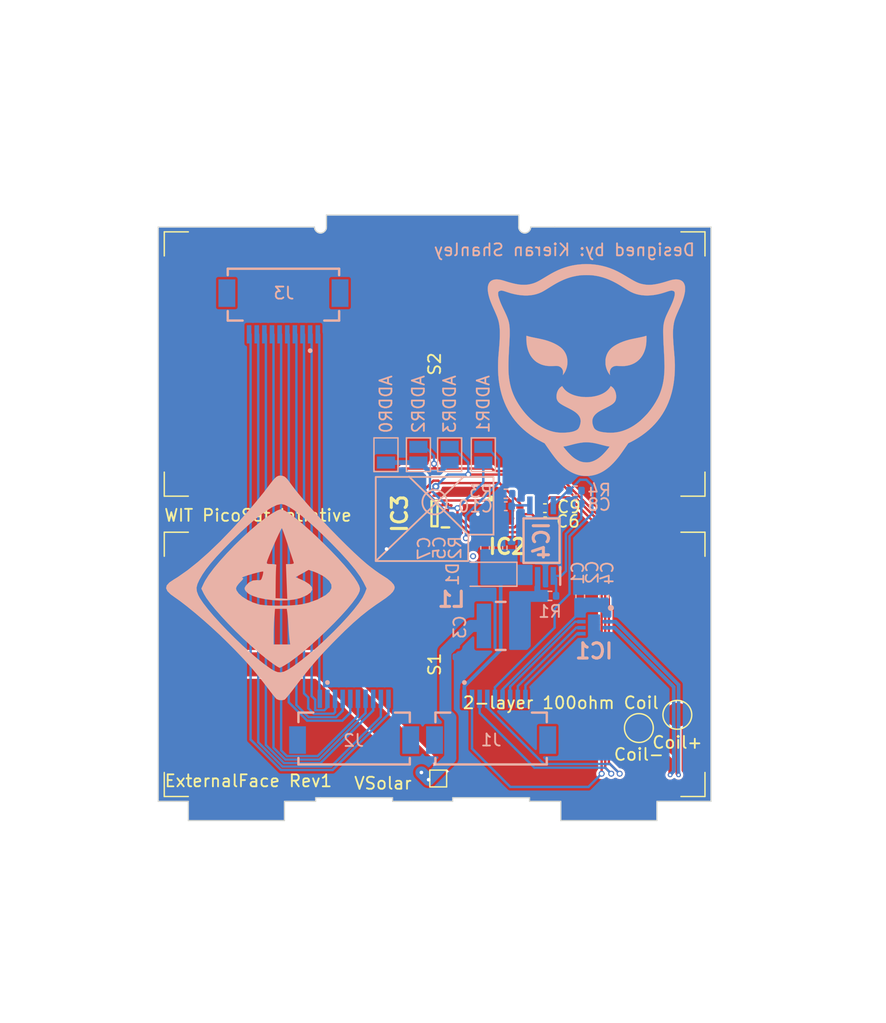
<source format=kicad_pcb>
(kicad_pcb (version 20221018) (generator pcbnew)
  (layers (0 "F.Cu" signal) (1 "In1.Cu" signal) (2 "In2.Cu" signal) (31 "B.Cu" signal) (34 "B.Paste" user) (35 "F.Paste" user) (36 "B.SilkS" user "B.Silkscreen") (37 "F.SilkS" user "F.Silkscreen") (38 "B.Mask" user) (39 "F.Mask" user) (44 "Edge.Cuts" user))
  (net 0 "")
  (net 1 "SCL")
  (net 2 "GND")
  (net 3 "ADDR_SELECT")
  (net 4 "Net-(IC4-VCTRL)")
  (net 5 "SDA")
  (net 6 "+1V8")
  (net 7 "VHARVEST")
  (net 8 "VBAT")
  (net 9 "Coil+")
  (net 10 "PWM2")
  (net 11 "PWM1")
  (net 12 "EN")
  (net 13 "Net-(IC4-MPP-SET)")
  (net 15 "VOUT")
  (net 18 "Net-(IC4-LX)")
  (net 19 "SPV_SHUTDOWN")
  (net 20 "Net-(J2-Pad01)")
  (net 21 "Net-(J2-Pad02)")
  (net 22 "Net-(J2-Pad03)")
  (net 23 "Net-(J2-Pad04)")
  (net 24 "Net-(J2-Pad05)")
  (net 25 "Net-(J2-Pad06)")
  (net 26 "Net-(J2-Pad07)")
  (net 27 "Net-(J2-Pad08)")
  (net 28 "Net-(J2-Pad09)")
  (net 29 "Net-(J2-Pad10)")
  (footprint "Capacitor_SMD:C_0402_1005Metric" (layer "F.Cu") (at 138.68 96.2 180)
    (fp_text reference "C9" (at -2 0.1) (layer "F.SilkS"))
    (fp_text value "0.1uF")
    (pad "1" smd roundrect (at -0.48 0 180) (size 0.56 0.62) (layers "F.Cu" "F.Paste" "F.Mask") (net 2 "GND"))
    (pad "2" smd roundrect (at 0.48 0 180) (size 0.56 0.62) (layers "F.Cu" "F.Paste" "F.Mask") (net 6 "+1V8"))
  )
  (footprint "OPT4048DTSR:SOTFL50P190X60-8N" (layer "F.Cu") (at 129.49 96.65 180)
    (fp_text reference "IC3" (at 2.9 0 90) (layer "F.SilkS") (effects (font (size 1.27 1.27) (thickness 0.254))))
    (fp_text value "OPT4048DTSR" hide)
    (pad "1" smd rect (at -0.91 -0.75 270) (size 0.3 0.62) (layers "F.Cu" "F.Paste" "F.Mask") (net 6 "+1V8"))
    (pad "2" smd rect (at -0.91 -0.25 270) (size 0.3 0.62) (layers "F.Cu" "F.Paste" "F.Mask") (net 3 "ADDR_SELECT"))
    (pad "3" smd rect (at -0.91 0.25 270) (size 0.3 0.62) (layers "F.Cu" "F.Paste" "F.Mask"))
    (pad "4" smd rect (at -0.91 0.75 270) (size 0.3 0.62) (layers "F.Cu" "F.Paste" "F.Mask") (net 2 "GND"))
    (pad "5" smd rect (at 0.91 0.75 270) (size 0.3 0.62) (layers "F.Cu" "F.Paste" "F.Mask") (net 1 "SCL"))
    (pad "6" smd rect (at 0.91 0.25 270) (size 0.3 0.62) (layers "F.Cu" "F.Paste" "F.Mask"))
    (pad "7" smd rect (at 0.91 -0.25 270) (size 0.3 0.62) (layers "F.Cu" "F.Paste" "F.Mask"))
    (pad "8" smd rect (at 0.91 -0.75 270) (size 0.3 0.62) (layers "F.Cu" "F.Paste" "F.Mask") (net 5 "SDA"))
  )
  (footprint "TMP117MAIDRVR:SON65P200X200X80-7N" (layer "F.Cu") (at 135.55 96.725)
    (fp_text reference "IC2" (at 0 2.675) (layer "F.SilkS") (effects (font (size 1.27 1.27) (thickness 0.254))))
    (fp_text value "TMP117MAIDRVR" hide)
    (pad "1" smd rect (at -1.05 -0.65 90) (size 0.35 0.6) (layers "F.Cu" "F.Paste" "F.Mask") (net 1 "SCL"))
    (pad "2" smd rect (at -1.05 0 90) (size 0.35 0.6) (layers "F.Cu" "F.Paste" "F.Mask") (net 2 "GND"))
    (pad "3" smd rect (at -1.05 0.65 90) (size 0.35 0.6) (layers "F.Cu" "F.Paste" "F.Mask") (net 2 "GND"))
    (pad "4" smd rect (at 1.05 0.65 90) (size 0.35 0.6) (layers "F.Cu" "F.Paste" "F.Mask") (net 3 "ADDR_SELECT"))
    (pad "5" smd rect (at 1.05 0 90) (size 0.35 0.6) (layers "F.Cu" "F.Paste" "F.Mask") (net 6 "+1V8"))
    (pad "6" smd rect (at 1.05 -0.65 90) (size 0.35 0.6) (layers "F.Cu" "F.Paste" "F.Mask") (net 5 "SDA"))
    (pad "7" smd rect (at 0 0) (size 1.1 1.7) (layers "F.Cu" "F.Paste" "F.Mask") (net 2 "GND"))
  )
  (footprint "Capacitor_SMD:C_0402_1005Metric" (layer "F.Cu") (at 138.7 97.3 180)
    (fp_text reference "C6" (at -1.9 0) (layer "F.SilkS"))
    (fp_text value "0.1uF")
    (pad "1" smd roundrect (at -0.48 0 180) (size 0.56 0.62) (layers "F.Cu" "F.Paste" "F.Mask") (net 2 "GND"))
    (pad "2" smd roundrect (at 0.48 0 180) (size 0.56 0.62) (layers "F.Cu" "F.Paste" "F.Mask") (net 6 "+1V8"))
  )
  (footprint "KXOB121K04TF:SM141K06TFV" (layer "F.Cu") (at 129.5 84.2 180)
    (fp_text reference "S2" (at 0 0 90 unlocked) (layer "F.SilkS"))
    (fp_text value "SM141K06TFV")
    (pad "0" smd circle locked (at -19.5 0 180) (size 3.5 3.5) (layers "F.Cu" "F.Paste" "F.Mask") (net 2 "GND"))
    (pad "1" smd circle locked (at 19.5 0 180) (size 3.5 3.5) (layers "F.Cu" "F.Paste" "F.Mask") (net 7 "VHARVEST"))
  )
  (footprint "TestPoint:TestPoint_Pad_1.0x1.0mm" (layer "F.Cu") (at 129.8 118.7)
    (fp_text reference "TP3")
    (fp_text value "VSolar" (at -4.6 0.4) (layer "F.SilkS"))
    (pad "1" smd rect (at 0 0) (size 1 1) (layers "F.Cu" "F.Mask") (net 7 "VHARVEST"))
  )
  (footprint "KXOB121K04TF:SM141K06TFV" (layer "F.Cu") (at 129.5 109.2 180)
    (fp_text reference "S1" (at 0 0 90 unlocked) (layer "F.SilkS"))
    (fp_text value "SM141K06TFV")
    (pad "0" smd circle locked (at -19.5 0 180) (size 3.5 3.5) (layers "F.Cu" "F.Paste" "F.Mask") (net 2 "GND"))
    (pad "1" smd circle locked (at 19.5 0 180) (size 3.5 3.5) (layers "F.Cu" "F.Paste" "F.Mask") (net 7 "VHARVEST"))
  )
  (footprint "TestPoint:TestPoint_Pad_D2.0mm" (layer "F.Cu") (at 146.5 114.5)
    (fp_text reference "TP2")
    (fp_text value "Coil-" (at 0 2.2) (layer "F.SilkS"))
    (pad "1" smd circle (at 0 0) (size 2 2) (layers "F.Cu" "F.Mask") (net 9 "Coil+"))
  )
  (footprint "TestPoint:TestPoint_Pad_D2.0mm" (layer "F.Cu") (at 149.7 113.4 180)
    (fp_text reference "TP1")
    (fp_text value "Coil+" (at 0 -2.3) (layer "F.SilkS"))
    (pad "1" smd circle (at 0 0 180) (size 2 2) (layers "F.Cu" "F.Mask") (net 9 "Coil+"))
  )
  (footprint "Resistor_SMD:R_0402_1005Metric" (layer "B.Cu") (at 135.9 99.5 90)
    (fp_text reference "R2" (at 0 -4.7 90) (layer "B.SilkS") (effects (justify mirror)))
    (fp_text value "1M")
    (pad "1" smd roundrect (at -0.51 0 90) (size 0.54 0.64) (layers "B.Cu" "B.Paste" "B.Mask") (net 15 "VOUT"))
    (pad "2" smd roundrect (at 0.51 0 90) (size 0.54 0.64) (layers "B.Cu" "B.Paste" "B.Mask") (net 4 "Net-(IC4-VCTRL)"))
  )
  (footprint "Jumper:SolderJumper-2_P1.3mm_Open_Pad1.0x1.5mm" (layer "B.Cu") (at 125.45 91.75 90)
    (fp_text reference "JP1")
    (fp_text value "ADDR0" (at 4.2 0 90) (layer "B.SilkS") (effects (justify mirror)))
    (pad "1" smd rect (at -0.65 0 90) (size 1 1.5) (layers "B.Cu" "B.Mask") (net 3 "ADDR_SELECT"))
    (pad "2" smd rect (at 0.65 0 90) (size 1 1.5) (layers "B.Cu" "B.Mask") (net 2 "GND"))
  )
  (footprint "SFMH-105-02-L-D-WT:SAMTEC_SFMH-105-02-L-D-WT" (layer "B.Cu") (at 122.8 115.5 180)
    (fp_text reference "J2" (at 0.0425 -0.035) (layer "B.SilkS") (effects (justify mirror)))
    (fp_text value "SFMH-105-02-L-D-WT")
    (pad "01" smd rect (at 2.2225 3.43 180) (size 0.38 1.52) (layers "B.Cu" "B.Paste" "B.Mask") (net 20 "Net-(J2-Pad01)"))
    (pad "02" smd rect (at 2.8575 3.43 180) (size 0.38 1.52) (layers "B.Cu" "B.Paste" "B.Mask") (net 21 "Net-(J2-Pad02)"))
    (pad "03" smd rect (at 0.9525 3.43 180) (size 0.38 1.52) (layers "B.Cu" "B.Paste" "B.Mask") (net 22 "Net-(J2-Pad03)"))
    (pad "04" smd rect (at 1.5875 3.43 180) (size 0.38 1.52) (layers "B.Cu" "B.Paste" "B.Mask") (net 23 "Net-(J2-Pad04)"))
    (pad "05" smd rect (at -0.3175 3.43 180) (size 0.38 1.52) (layers "B.Cu" "B.Paste" "B.Mask") (net 24 "Net-(J2-Pad05)"))
    (pad "06" smd rect (at 0.3175 3.43 180) (size 0.38 1.52) (layers "B.Cu" "B.Paste" "B.Mask") (net 25 "Net-(J2-Pad06)"))
    (pad "07" smd rect (at -1.5875 3.43 180) (size 0.38 1.52) (layers "B.Cu" "B.Paste" "B.Mask") (net 26 "Net-(J2-Pad07)"))
    (pad "08" smd rect (at -0.9525 3.43 180) (size 0.38 1.52) (layers "B.Cu" "B.Paste" "B.Mask") (net 27 "Net-(J2-Pad08)"))
    (pad "09" smd rect (at -2.8575 3.43 180) (size 0.38 1.52) (layers "B.Cu" "B.Paste" "B.Mask") (net 28 "Net-(J2-Pad09)"))
    (pad "10" smd rect (at -2.2225 3.43 180) (size 0.38 1.52) (layers "B.Cu" "B.Paste" "B.Mask") (net 29 "Net-(J2-Pad10)"))
    (pad "S1" smd rect (at -4.71 0 180) (size 1.4 2.29) (layers "B.Cu" "B.Paste" "B.Mask"))
    (pad "S2" smd rect (at 4.71 0 180) (size 1.4 2.29) (layers "B.Cu" "B.Paste" "B.Mask"))
  )
  (footprint "Capacitor_SMD:C_0402_1005Metric" (layer "B.Cu") (at 141.225 95.838)
    (fp_text reference "C8" (at 1.975 0.062) (layer "B.SilkS") (effects (justify mirror)))
    (fp_text value "100nF")
    (pad "1" smd roundrect (at -0.48 0) (size 0.56 0.62) (layers "B.Cu" "B.Paste" "B.Mask") (net 2 "GND"))
    (pad "2" smd roundrect (at 0.48 0) (size 0.56 0.62) (layers "B.Cu" "B.Paste" "B.Mask") (net 13 "Net-(IC4-MPP-SET)"))
  )
  (footprint "Capacitor_SMD:C_0402_1005Metric" (layer "B.Cu") (at 142.61875 103.5375 90)
    (fp_text reference "C2" (at 2 0 90) (layer "B.SilkS") (effects (justify mirror)))
    (fp_text value "10uF")
    (pad "1" smd roundrect (at -0.48 0 90) (size 0.56 0.62) (layers "B.Cu" "B.Paste" "B.Mask") (net 8 "VBAT"))
    (pad "2" smd roundrect (at 0.48 0 90) (size 0.56 0.62) (layers "B.Cu" "B.Paste" "B.Mask") (net 2 "GND"))
  )
  (footprint "DRV8212PDSGR:SON50P200X200X80-9N" (layer "B.Cu") (at 142.76875 105.9 180)
    (fp_text reference "IC1" (at 0 -2.2) (layer "B.SilkS") (effects (font (size 1.27 1.27) (thickness 0.254)) (justify mirror)))
    (fp_text value "DRV8212PDSGR" hide)
    (pad "1" smd rect (at -1.05 0.75 90) (size 0.3 0.7) (layers "B.Cu" "B.Paste" "B.Mask") (net 8 "VBAT"))
    (pad "2" smd rect (at -1.05 0.25 90) (size 0.3 0.7) (layers "B.Cu" "B.Paste" "B.Mask") (net 9 "Coil+"))
    (pad "3" smd rect (at -1.05 -0.25 90) (size 0.3 0.7) (layers "B.Cu" "B.Paste" "B.Mask") (net 9 "Coil+"))
    (pad "4" smd rect (at -1.05 -0.75 90) (size 0.3 0.7) (layers "B.Cu" "B.Paste" "B.Mask") (net 2 "GND"))
    (pad "5" smd rect (at 1.05 -0.75 90) (size 0.3 0.7) (layers "B.Cu" "B.Paste" "B.Mask") (net 10 "PWM2"))
    (pad "6" smd rect (at 1.05 -0.25 90) (size 0.3 0.7) (layers "B.Cu" "B.Paste" "B.Mask") (net 11 "PWM1"))
    (pad "7" smd rect (at 1.05 0.25 90) (size 0.3 0.7) (layers "B.Cu" "B.Paste" "B.Mask") (net 12 "EN"))
    (pad "8" smd rect (at 1.05 0.75 90) (size 0.3 0.7) (layers "B.Cu" "B.Paste" "B.Mask") (net 8 "VBAT"))
    (pad "9" smd rect (at 0 0 180) (size 1 1.7) (layers "B.Cu" "B.Paste" "B.Mask") (net 2 "GND"))
  )
  (footprint "Capacitor_SMD:C_0402_1005Metric" (layer "B.Cu") (at 134.8 99.5 90)
    (fp_text reference "C5" (at 0 -4.9 90) (layer "B.SilkS") (effects (justify mirror)))
    (fp_text value "10uF")
    (pad "1" smd roundrect (at -0.48 0 90) (size 0.56 0.62) (layers "B.Cu" "B.Paste" "B.Mask") (net 15 "VOUT"))
    (pad "2" smd roundrect (at 0.48 0 90) (size 0.56 0.62) (layers "B.Cu" "B.Paste" "B.Mask") (net 2 "GND"))
  )
  (footprint "SPV1040T:SOP65P640X120-8N" (layer "B.Cu") (at 138.4 98.9 90)
    (fp_text reference "IC4" (at 0 0 90) (layer "B.SilkS") (effects (font (size 1.27 1.27) (thickness 0.254)) (justify mirror)))
    (fp_text value "SPV1040T" hide)
    (pad "1" smd rect (at -2.938 0.975) (size 0.45 1.475) (layers "B.Cu" "B.Paste" "B.Mask") (net 13 "Net-(IC4-MPP-SET)"))
    (pad "2" smd rect (at -2.938 0.325) (size 0.45 1.475) (layers "B.Cu" "B.Paste" "B.Mask") (net 2 "GND"))
    (pad "3" smd rect (at -2.938 -0.325) (size 0.45 1.475) (layers "B.Cu" "B.Paste" "B.Mask") (net 18 "Net-(IC4-LX)"))
    (pad "4" smd rect (at -2.938 -0.975) (size 0.45 1.475) (layers "B.Cu" "B.Paste" "B.Mask") (net 15 "VOUT"))
    (pad "5" smd rect (at 2.938 -0.975) (size 0.45 1.475) (layers "B.Cu" "B.Paste" "B.Mask") (net 4 "Net-(IC4-VCTRL)"))
    (pad "6" smd rect (at 2.938 -0.325) (size 0.45 1.475) (layers "B.Cu" "B.Paste" "B.Mask") (net 2 "GND"))
    (pad "7" smd rect (at 2.938 0.325) (size 0.45 1.475) (layers "B.Cu" "B.Paste" "B.Mask") (net 2 "GND"))
    (pad "8" smd rect (at 2.938 0.975) (size 0.45 1.475) (layers "B.Cu" "B.Paste" "B.Mask") (net 19 "SPV_SHUTDOWN"))
  )
  (footprint "Graphics:IEEE_Logo" (layer "B.Cu") (at 116.7 102.8 180)
    (fp_text reference "G***")
    (fp_text value "LOGO" hide)
  )
  (footprint "Resistor_SMD:R_0402_1005Metric" (layer "B.Cu") (at 141.215 94.738 180)
    (fp_text reference "R4" (at -1.985 0.038) (layer "B.SilkS") (effects (justify mirror)))
    (fp_text value "1M")
    (pad "1" smd roundrect (at -0.51 0 180) (size 0.54 0.64) (layers "B.Cu" "B.Paste" "B.Mask") (net 13 "Net-(IC4-MPP-SET)"))
    (pad "2" smd roundrect (at 0.51 0 180) (size 0.54 0.64) (layers "B.Cu" "B.Paste" "B.Mask") (net 19 "SPV_SHUTDOWN"))
  )
  (footprint "SFMH-105-02-L-D-WT:SAMTEC_SFMH-105-02-L-D-WT" (layer "B.Cu") (at 134.2 115.5 180)
    (fp_text reference "J1" (at 0 0) (layer "B.SilkS") (effects (justify mirror)))
    (fp_text value "SFMH-105-02-L-D-WT")
    (pad "01" smd rect (at 2.2225 3.43 180) (size 0.38 1.52) (layers "B.Cu" "B.Paste" "B.Mask") (net 15 "VOUT"))
    (pad "02" smd rect (at 2.8575 3.43 180) (size 0.38 1.52) (layers "B.Cu" "B.Paste" "B.Mask") (net 2 "GND"))
    (pad "03" smd rect (at 0.9525 3.43 180) (size 0.38 1.52) (layers "B.Cu" "B.Paste" "B.Mask") (net 1 "SCL"))
    (pad "04" smd rect (at 1.5875 3.43 180) (size 0.38 1.52) (layers "B.Cu" "B.Paste" "B.Mask") (net 6 "+1V8"))
    (pad "05" smd rect (at -0.3175 3.43 180) (size 0.38 1.52) (layers "B.Cu" "B.Paste" "B.Mask") (net 19 "SPV_SHUTDOWN"))
    (pad "06" smd rect (at 0.3175 3.43 180) (size 0.38 1.52) (layers "B.Cu" "B.Paste" "B.Mask") (net 5 "SDA"))
    (pad "07" smd rect (at -1.5875 3.43 180) (size 0.38 1.52) (layers "B.Cu" "B.Paste" "B.Mask") (net 12 "EN"))
    (pad "08" smd rect (at -0.9525 3.43 180) (size 0.38 1.52) (layers "B.Cu" "B.Paste" "B.Mask") (net 8 "VBAT"))
    (pad "09" smd rect (at -2.8575 3.43 180) (size 0.38 1.52) (layers "B.Cu" "B.Paste" "B.Mask") (net 10 "PWM2"))
    (pad "10" smd rect (at -2.2225 3.43 180) (size 0.38 1.52) (layers "B.Cu" "B.Paste" "B.Mask") (net 11 "PWM1"))
    (pad "S1" smd rect (at -4.71 0 180) (size 1.4 2.29) (layers "B.Cu" "B.Paste" "B.Mask"))
    (pad "S2" smd rect (at 4.71 0 180) (size 1.4 2.29) (layers "B.Cu" "B.Paste" "B.Mask"))
  )
  (footprint "Resistor_SMD:R_0402_1005Metric" (layer "B.Cu") (at 135.445 95 180)
    (fp_text reference "R3" (at 2.1 0.2) (layer "B.SilkS") (effects (justify mirror)))
    (fp_text value "420k")
    (pad "1" smd roundrect (at -0.51 0 180) (size 0.54 0.64) (layers "B.Cu" "B.Paste" "B.Mask") (net 4 "Net-(IC4-VCTRL)"))
    (pad "2" smd roundrect (at 0.51 0 180) (size 0.54 0.64) (layers "B.Cu" "B.Paste" "B.Mask") (net 2 "GND"))
  )
  (footprint "Capacitor_SMD:C_0402_1005Metric" (layer "B.Cu") (at 131.3 108.1 -90)
    (fp_text reference "C3" (at -2 -0.3 -270) (layer "B.SilkS") (effects (justify mirror)))
    (fp_text value "10uF")
    (pad "1" smd roundrect (at -0.48 0 270) (size 0.56 0.62) (layers "B.Cu" "B.Paste" "B.Mask") (net 7 "VHARVEST"))
    (pad "2" smd roundrect (at 0.48 0 270) (size 0.56 0.62) (layers "B.Cu" "B.Paste" "B.Mask") (net 2 "GND"))
  )
  (footprint "Jumper:SolderJumper-2_P1.3mm_Open_Pad1.0x1.5mm" (layer "B.Cu") (at 133.55 91.75 90)
    (fp_text reference "JP2")
    (fp_text value "ADDR1" (at 4.2 0 90) (layer "B.SilkS") (effects (justify mirror)))
    (pad "1" smd rect (at -0.65 0 90) (size 1 1.5) (layers "B.Cu" "B.Mask") (net 3 "ADDR_SELECT"))
    (pad "2" smd rect (at 0.65 0 90) (size 1 1.5) (layers "B.Cu" "B.Mask") (net 6 "+1V8"))
  )
  (footprint "Graphics:leopard" (layer "B.Cu") (at 142.1 84.7 180)
    (fp_text reference "G***" hide)
    (fp_text value "LOGO" hide)
  )
  (footprint "Capacitor_SMD:C_0402_1005Metric" (layer "B.Cu") (at 141.61875 103.5375 90)
    (fp_text reference "C1" (at 1.9375 -0.2 270) (layer "B.SilkS") (effects (justify mirror)))
    (fp_text value "10uF")
    (pad "1" smd roundrect (at -0.48 0 90) (size 0.56 0.62) (layers "B.Cu" "B.Paste" "B.Mask") (net 8 "VBAT"))
    (pad "2" smd roundrect (at 0.48 0 90) (size 0.56 0.62) (layers "B.Cu" "B.Paste" "B.Mask") (net 2 "GND"))
  )
  (footprint "Capacitor_SMD:C_0402_1005Metric" (layer "B.Cu") (at 135.425 96.038 180)
    (fp_text reference "C10" (at 2.525 0) (layer "B.SilkS") (effects (justify mirror)))
    (fp_text value "1nF")
    (pad "1" smd roundrect (at -0.48 0 180) (size 0.56 0.62) (layers "B.Cu" "B.Paste" "B.Mask") (net 4 "Net-(IC4-VCTRL)"))
    (pad "2" smd roundrect (at 0.48 0 180) (size 0.56 0.62) (layers "B.Cu" "B.Paste" "B.Mask") (net 2 "GND"))
  )
  (footprint "Jumper:SolderJumper-2_P1.3mm_Open_Pad1.0x1.5mm" (layer "B.Cu") (at 130.75 91.75 90)
    (fp_text reference "JP4")
    (fp_text value "ADDR3" (at 4.2 0 90) (layer "B.SilkS") (effects (justify mirror)))
    (pad "1" smd rect (at -0.65 0 90) (size 1 1.5) (layers "B.Cu" "B.Mask") (net 3 "ADDR_SELECT"))
    (pad "2" smd rect (at 0.65 0 90) (size 1 1.5) (layers "B.Cu" "B.Mask") (net 1 "SCL"))
  )
  (footprint "NRS4012T150MDGJ:NRS4012T150MDGJ" (layer "B.Cu") (at 135 106 180)
    (fp_text reference "L1" (at 4.1 2.2) (layer "B.SilkS") (effects (font (size 1.27 1.27) (thickness 0.254)) (justify mirror)))
    (fp_text value "NRS4012T150MDGJ" hide)
    (pad "1" smd rect (at -1.4 0 180) (size 1.2 3.7) (layers "B.Cu" "B.Paste" "B.Mask") (net 18 "Net-(IC4-LX)"))
    (pad "2" smd rect (at 1.4 0 180) (size 1.2 3.7) (layers "B.Cu" "B.Paste" "B.Mask") (net 7 "VHARVEST"))
  )
  (footprint "Jumper:SolderJumper-2_P1.3mm_Open_Pad1.0x1.5mm" (layer "B.Cu") (at 128.15 91.75 90)
    (fp_text reference "JP3")
    (fp_text value "ADDR2" (at 4.2 0 90) (layer "B.SilkS") (effects (justify mirror)))
    (pad "1" smd rect (at -0.65 0 90) (size 1 1.5) (layers "B.Cu" "B.Mask") (net 3 "ADDR_SELECT"))
    (pad "2" smd rect (at 0.65 0 90) (size 1 1.5) (layers "B.Cu" "B.Mask") (net 5 "SDA"))
  )
  (footprint "Capacitor_SMD:C_0402_1005Metric" (layer "B.Cu") (at 133.7 99.5 90)
    (fp_text reference "C7" (at -0.038 -5.075 90) (layer "B.SilkS") (effects (justify mirror)))
    (fp_text value "4.7uF")
    (pad "1" smd roundrect (at -0.48 0 90) (size 0.56 0.62) (layers "B.Cu" "B.Paste" "B.Mask") (net 15 "VOUT"))
    (pad "2" smd roundrect (at 0.48 0 90) (size 0.56 0.62) (layers "B.Cu" "B.Paste" "B.Mask") (net 2 "GND"))
  )
  (footprint "Capacitor_SMD:C_0402_1005Metric" (layer "B.Cu") (at 143.61875 103.55 -90)
    (fp_text reference "C4" (at -1.95 -0.25 90) (layer "B.SilkS") (effects (justify mirror)))
    (fp_text value "0.1uF")
    (pad "1" smd roundrect (at -0.48 0 270) (size 0.56 0.62) (layers "B.Cu" "B.Paste" "B.Mask") (net 2 "GND"))
    (pad "2" smd roundrect (at 0.48 0 270) (size 0.56 0.62) (layers "B.Cu" "B.Paste" "B.Mask") (net 8 "VBAT"))
  )
  (footprint "Diode_SMD:D_SOD-123" (layer "B.Cu") (at 134.1 101.7 180)
    (fp_text reference "D1" (at 3.1 0 90) (layer "B.SilkS") (effects (justify mirror)))
    (fp_text value "4.5v")
    (pad "1" smd rect (at -1.65 0 180) (size 0.9 1.2) (layers "B.Cu" "B.Paste" "B.Mask") (net 15 "VOUT"))
    (pad "2" smd rect (at 1.65 0 180) (size 0.9 1.2) (layers "B.Cu" "B.Paste" "B.Mask") (net 2 "GND"))
  )
  (footprint "Resistor_SMD:R_0402_1005Metric" (layer "B.Cu") (at 139.1 103.5 180)
    (fp_text reference "R1" (at 0 -1.3) (layer "B.SilkS") (effects (justify mirror)))
    (fp_text value "1K")
    (pad "1" smd roundrect (at -0.51 0 180) (size 0.54 0.64) (layers "B.Cu" "B.Paste" "B.Mask") (net 13 "Net-(IC4-MPP-SET)"))
    (pad "2" smd roundrect (at 0.51 0 180) (size 0.54 0.64) (layers "B.Cu" "B.Paste" "B.Mask") (net 18 "Net-(IC4-LX)"))
  )
  (footprint "SFMH-105-02-L-D-WT:SAMTEC_SFMH-105-02-L-D-WT" (layer "B.Cu") (at 116.9175 78.3)
    (fp_text reference "J3" (at 0.04 0) (layer "B.SilkS") (effects (justify mirror)))
    (fp_text value "SFMH-105-02-L-D-WT")
    (pad "01" smd rect (at 2.2225 3.43) (size 0.38 1.52) (layers "B.Cu" "B.Paste" "B.Mask") (net 20 "Net-(J2-Pad01)"))
    (pad "02" smd rect (at 2.8575 3.43) (size 0.38 1.52) (layers "B.Cu" "B.Paste" "B.Mask") (net 21 "Net-(J2-Pad02)"))
    (pad "03" smd rect (at 0.9525 3.43) (size 0.38 1.52) (layers "B.Cu" "B.Paste" "B.Mask") (net 22 "Net-(J2-Pad03)"))
    (pad "04" smd rect (at 1.5875 3.43) (size 0.38 1.52) (layers "B.Cu" "B.Paste" "B.Mask") (net 23 "Net-(J2-Pad04)"))
    (pad "05" smd rect (at -0.3175 3.43) (size 0.38 1.52) (layers "B.Cu" "B.Paste" "B.Mask") (net 24 "Net-(J2-Pad05)"))
    (pad "06" smd rect (at 0.3175 3.43) (size 0.38 1.52) (layers "B.Cu" "B.Paste" "B.Mask") (net 25 "Net-(J2-Pad06)"))
    (pad "07" smd rect (at -1.5875 3.43) (size 0.38 1.52) (layers "B.Cu" "B.Paste" "B.Mask") (net 26 "Net-(J2-Pad07)"))
    (pad "08" smd rect (at -0.9525 3.43) (size 0.38 1.52) (layers "B.Cu" "B.Paste" "B.Mask") (net 27 "Net-(J2-Pad08)"))
    (pad "09" smd rect (at -2.8575 3.43) (size 0.38 1.52) (layers "B.Cu" "B.Paste" "B.Mask") (net 28 "Net-(J2-Pad09)"))
    (pad "10" smd rect (at -2.2225 3.43) (size 0.38 1.52) (layers "B.Cu" "B.Paste" "B.Mask") (net 29 "Net-(J2-Pad10)"))
    (pad "S1" smd rect (at -4.71 0) (size 1.4 2.29) (layers "B.Cu" "B.Paste" "B.Mask"))
    (pad "S2" smd rect (at 4.71 0) (size 1.4 2.29) (layers "B.Cu" "B.Paste" "B.Mask"))
  )
  (gr_line (start 132.3 98.4) (end 127.369952 93.569952) (stroke (width 0.15)) (layer "B.SilkS"))
  (gr_circle (center 129.5 95.7) (end 129.3 94.7) (stroke (width 0.15)) (fill none) (layer "B.SilkS"))
  (gr_line (start 124.6 100.6) (end 131.9 93.6) (stroke (width 0.15)) (layer "B.SilkS"))
  (gr_poly (pts (xy 131.9 93.6) (xy 134.4 93.6) (xy 134.4 98.4) (xy 132.3 98.4) (xy 132.3 100.6) (xy 124.6 100.6) (xy 124.6 93.6)) (stroke (width 0.15)) (fill none) (layer "B.SilkS"))
  (gr_line (start 106.5 72.8) (end 119.5 72.8) (stroke (width 0.1)) (layer "Edge.Cuts"))
  (gr_line (start 126 120.3) (end 126 120.6) (stroke (width 0.1)) (layer "Edge.Cuts"))
  (gr_line (start 129.3 120.6) (end 131 120.6) (stroke (width 0.1)) (layer "Edge.Cuts"))
  (gr_line (start 136.5 71.8) (end 120.5 71.8) (stroke (width 0.1)) (layer "Edge.Cuts"))
  (gr_line locked (start 106.5 120.6) (end 106.5 72.8) (stroke (width 0.1)) (layer "Edge.Cuts"))
  (gr_line (start 136.5 72.8) (end 136.5 71.8) (stroke (width 0.1)) (layer "Edge.Cuts"))
  (gr_line (start 120.5 71.8) (end 120.5 72.8) (stroke (width 0.1)) (layer "Edge.Cuts"))
  (gr_line (start 140 120.6) (end 140 122.2) (stroke (width 0.1)) (layer "Edge.Cuts"))
  (gr_line (start 117 122.2) (end 109 122.2) (stroke (width 0.1)) (layer "Edge.Cuts"))
  (gr_line (start 108 120.6) (end 109 120.6) (stroke (width 0.1)) (layer "Edge.Cuts"))
  (gr_line (start 140 120.6) (end 137.4 120.6) (stroke (width 0.1)) (layer "Edge.Cuts"))
  (gr_line (start 139.5 72.8) (end 137.5 72.8) (stroke (width 0.1)) (layer "Edge.Cuts"))
  (gr_line (start 149 120.6) (end 150.5 120.6) (stroke (width 0.1)) (layer "Edge.Cuts"))
  (gr_line (start 119.6 120.3) (end 120 120.3) (stroke (width 0.1)) (layer "Edge.Cuts"))
  (gr_line (start 117 120.6) (end 117 122.2) (stroke (width 0.1)) (layer "Edge.Cuts"))
  (gr_line (start 131 120.3) (end 131 120.6) (stroke (width 0.1)) (layer "Edge.Cuts"))
  (gr_line (start 117 120.6) (end 119.6 120.6) (stroke (width 0.1)) (layer "Edge.Cuts"))
  (gr_arc (start 120.5 72.8) (mid 120 73.3) (end 119.5 72.8) (stroke (width 0.1)) (layer "Edge.Cuts"))
  (gr_line (start 149 120.6) (end 148 120.6) (stroke (width 0.1)) (layer "Edge.Cuts"))
  (gr_line (start 150.5 120.6) (end 152.5 120.6) (stroke (width 0.1)) (layer "Edge.Cuts"))
  (gr_line (start 126 120.3) (end 120 120.3) (stroke (width 0.1)) (layer "Edge.Cuts"))
  (gr_line (start 148 122.2) (end 148 120.6) (stroke (width 0.1)) (layer "Edge.Cuts"))
  (gr_line (start 137.4 120.3) (end 137.4 120.6) (stroke (width 0.1)) (layer "Edge.Cuts"))
  (gr_line (start 109 122.2) (end 109 120.6) (stroke (width 0.1)) (layer "Edge.Cuts"))
  (gr_line (start 126 120.6) (end 127.7 120.6) (stroke (width 0.1)) (layer "Edge.Cuts"))
  (gr_line locked (start 152.5 72.8) (end 152.5 120.6) (stroke (width 0.1)) (layer "Edge.Cuts"))
  (gr_line (start 108 120.6) (end 106.5 120.6) (stroke (width 0.1)) (layer "Edge.Cuts"))
  (gr_arc (start 137.5 72.8) (mid 137 73.3) (end 136.5 72.8) (stroke (width 0.1)) (layer "Edge.Cuts"))
  (gr_line (start 129.3 120.6) (end 127.7 120.6) (stroke (width 0.1)) (layer "Edge.Cuts"))
  (gr_line (start 140 122.2) (end 148 122.2) (stroke (width 0.1)) (layer "Edge.Cuts"))
  (gr_line (start 119.6 120.6) (end 119.6 120.3) (stroke (width 0.1)) (layer "Edge.Cuts"))
  (gr_line (start 137.4 120.3) (end 131 120.3) (stroke (width 0.1)) (layer "Edge.Cuts"))
  (gr_line (start 152.5 72.8) (end 139.5 72.8) (stroke (width 0.1)) (layer "Edge.Cuts"))
  (gr_text "Designed by: Kieran Shanley" (at 140.3 74.7) (layer "B.SilkS") (effects (font (size 1 1)) (justify mirror)))
  (gr_text "WIT PicoSat Intiative" (at 114.8 96.8) (layer "F.SilkS") (effects (font (size 1 1))))
  (gr_text "ExternalFace Rev1" (at 114 118.9) (layer "F.SilkS") (effects (font (size 1 1))))
  (gr_text "2-layer 100ohm Coil" (at 140 112.4) (layer "F.SilkS") (effects (font (size 1 1))))
  (segment (start 134.26 95.56) (end 128.92 95.56) (width 0.2) (layer "F.Cu") (net 1))
  (segment (start 144.2 118.3) (end 143.7 117.8) (width 0.2) (layer "F.Cu") (net 1))
  (segment (start 139.3 93.4) (end 132.3 93.4) (width 0.2) (layer "F.Cu") (net 1))
  (segment (start 128.58 95.9) (end 128.58 95.42) (width 0.2) (layer "F.Cu") (net 1))
  (segment (start 128.58 95.42) (end 129.6 94.4) (width 0.2) (layer "F.Cu") (net 1))
  (segment (start 143.7 97.8) (end 139.3 93.4) (width 0.2) (layer "F.Cu") (net 1))
  (segment (start 128.92 95.56) (end 128.58 95.9) (width 0.2) (layer "F.Cu") (net 1))
  (segment (start 134.55 95.85) (end 134.26 95.56) (width 0.2) (layer "F.Cu") (net 1))
  (segment (start 143.7 117.8) (end 143.7 97.8) (width 0.2) (layer "F.Cu") (net 1))
  (via (at 129.6 94.4) (size 0.6) (drill 0.3) (layers "F.Cu" "B.Cu") (net 1))
  (via (at 132.3 93.4) (size 0.5) (drill 0.3) (layers "F.Cu" "B.Cu") (net 1))
  (via (at 144.2 118.3) (size 0.5) (drill 0.3) (layers "F.Cu" "B.Cu") (net 1))
  (segment (start 132.3 92.4) (end 132.3 93.4) (width 0.2) (layer "B.Cu") (net 1))
  (segment (start 130.75 91.1) (end 131 91.1) (width 0.2) (layer "B.Cu") (net 1))
  (segment (start 133.2475 113.2475) (end 133.2475 112.07) (width 0.2) (layer "B.Cu") (net 1))
  (segment (start 144.2 118.3) (end 143.7 117.8) (width 0.2) (layer "B.Cu") (net 1))
  (segment (start 130.6 93.4) (end 132.3 93.4) (width 0.2) (layer "B.Cu") (net 1))
  (segment (start 143.7 117.8) (end 137.8 117.8) (width 0.2) (layer "B.Cu") (net 1))
  (segment (start 129.6 94.4) (end 130.6 93.4) (width 0.2) (layer "B.Cu") (net 1))
  (segment (start 137.8 117.8) (end 133.2475 113.2475) (width 0.2) (layer "B.Cu") (net 1))
  (segment (start 131 91.1) (end 132.3 92.4) (width 0.2) (layer "B.Cu") (net 1))
  (via (at 133.1 96.7) (size 0.6) (drill 0.3) (layers "F.Cu" "B.Cu") (net 2))
  (via (at 125.5 99.6) (size 0.6) (drill 0.3) (layers "F.Cu" "B.Cu") (net 2))
  (segment (start 136.15 97.8) (end 136.6 97.35) (width 0.2) (layer "F.Cu") (net 3))
  (segment (start 132.4 97.8) (end 131.5 96.9) (width 0.2) (layer "F.Cu") (net 3))
  (segment (start 132.4 97.8) (end 136.15 97.8) (width 0.2) (layer "F.Cu") (net 3))
  (segment (start 131.4 96.8) (end 131.5 96.9) (width 0.2) (layer "F.Cu") (net 3))
  (segment (start 131.5 96.9) (end 130.4 96.9) (width 0.2) (layer "F.Cu") (net 3))
  (segment (start 131.4 96.2) (end 131.4 96.8) (width 0.2) (layer "F.Cu") (net 3))
  (via (at 131.4 96.2) (size 0.5) (drill 0.3) (layers "F.Cu" "B.Cu") (net 3))
  (segment (start 129.15 93.25) (end 129.9 93.25) (width 0.4) (layer "B.Cu") (net 3))
  (segment (start 129.11 93.29) (end 129.11 94.602965) (width 0.2) (layer "B.Cu") (net 3))
  (segment (start 129.15 93.25) (end 129.11 93.29) (width 0.2) (layer "B.Cu") (net 3))
  (segment (start 128.15 92.4) (end 125.55 92.4) (width 0.4) (layer "B.Cu") (net 3))
  (segment (start 130.707035 96.2) (end 131.4 96.2) (width 0.2) (layer "B.Cu") (net 3))
  (segment (start 129.9 93.25) (end 130.75 92.4) (width 0.4) (layer "B.Cu") (net 3))
  (segment (start 133.55 92.4) (end 133.55 94.05) (width 0.2) (layer "B.Cu") (net 3))
  (segment (start 133.55 94.05) (end 131.4 96.2) (width 0.2) (layer "B.Cu") (net 3))
  (segment (start 130.85 92.5) (end 130.75 92.4) (width 0.2) (layer "B.Cu") (net 3))
  (segment (start 128.15 92.4) (end 128.3 92.4) (width 0.4) (layer "B.Cu") (net 3))
  (segment (start 129.11 94.602965) (end 130.707035 96.2) (width 0.2) (layer "B.Cu") (net 3))
  (segment (start 128.3 92.4) (end 129.15 93.25) (width 0.4) (layer "B.Cu") (net 3))
  (segment (start 136.01 96.05) (end 135.96 96.1) (width 0.2) (layer "B.Cu") (net 4))
  (segment (start 135.98 98.91) (end 135.9 98.99) (width 0.2) (layer "B.Cu") (net 4))
  (segment (start 136.01 95) (end 136.01 96.05) (width 0.2) (layer "B.Cu") (net 4))
  (segment (start 136.118 95.962) (end 135.98 96.1) (width 0.2) (layer "B.Cu") (net 4))
  (segment (start 137.425 95.962) (end 136.118 95.962) (width 0.2) (layer "B.Cu") (net 4))
  (segment (start 135.98 96.1) (end 135.98 98.91) (width 0.2) (layer "B.Cu") (net 4))
  (segment (start 126.8 92.9) (end 126.8 95.7) (width 0.2) (layer "F.Cu") (net 5))
  (segment (start 129.6 92.9) (end 126.8 92.9) (width 0.2) (layer "F.Cu") (net 5))
  (segment (start 130.002757 94.110499) (end 129.802758 93.9105) (width 0.2) (layer "F.Cu") (net 5))
  (segment (start 128.07 97.4) (end 128.58 97.4) (width 0.2) (layer "F.Cu") (net 5))
  (segment (start 139.419915 93.110499) (end 134.476766 93.110499) (width 0.2) (layer "F.Cu") (net 5))
  (segment (start 134.910499 94.110499) (end 134.9 94.110499) (width 0.2) (layer "F.Cu") (net 5))
  (segment (start 129.397242 93.9105) (end 127.607742 95.7) (width 0.2) (layer "F.Cu") (net 5))
  (segment (start 126.8 96.13) (end 128.07 97.4) (width 0.2) (layer "F.Cu") (net 5))
  (segment (start 129.45 92.5) (end 129.45 92.75) (width 0.2) (layer "F.Cu") (net 5))
  (segment (start 129.45 92.75) (end 129.6 92.9) (width 0.2) (layer "F.Cu") (net 5))
  (segment (start 134.476766 93.110499) (end 134.266267 92.9) (width 0.2) (layer "F.Cu") (net 5))
  (segment (start 126.8 95.7) (end 126.8 96.13) (width 0.2) (layer "F.Cu") (net 5))
  (segment (start 134.266267 92.9) (end 129.6 92.9) (width 0.2) (layer "F.Cu") (net 5))
  (segment (start 144 97.690584) (end 139.419915 93.110499) (width 0.2) (layer "F.Cu") (net 5))
  (segment (start 144 117.4) (end 144 97.690584) (width 0.2) (layer "F.Cu") (net 5))
  (segment (start 136.6 95.810499) (end 134.9 94.110499) (width 0.2) (layer "F.Cu") (net 5))
  (segment (start 144.9 118.3) (end 144 117.4) (width 0.2) (layer "F.Cu") (net 5))
  (segment (start 129.802758 93.9105) (end 129.397242 93.9105) (width 0.2) (layer "F.Cu") (net 5))
  (segment (start 134.9 94.110499) (end 130.002757 94.110499) (width 0.2) (layer "F.Cu") (net 5))
  (segment (start 127.607742 95.7) (end 126.8 95.7) (width 0.2) (layer "F.Cu") (net 5))
  (segment (start 136.6 96.05) (end 136.6 95.810499) (width 0.2) (layer "F.Cu") (net 5))
  (via (at 144.9 118.3) (size 0.5) (drill 0.3) (layers "F.Cu" "B.Cu") (net 5))
  (via (at 129.45 92.5) (size 0.5) (drill 0.3) (layers "F.Cu" "B.Cu") (net 5))
  (segment (start 129.45 91.85) (end 129.45 92.5) (width 0.2) (layer "B.Cu") (net 5))
  (segment (start 133.8825 112.7825) (end 133.8825 112.07) (width 0.2) (layer "B.Cu") (net 5))
  (segment (start 128.7 91.1) (end 129.45 91.85) (width 0.2) (layer "B.Cu") (net 5))
  (segment (start 128.15 91.1) (end 128.6 91.1) (width 0.2) (layer "B.Cu") (net 5))
  (segment (start 128.6 91.1) (end 128.7 91.1) (width 0.2) (layer "B.Cu") (net 5))
  (segment (start 129.45 92.5) (end 129.45 92.45) (width 0.2) (layer "B.Cu") (net 5))
  (segment (start 144.9 118.3) (end 144.1 117.5) (width 0.2) (layer "B.Cu") (net 5))
  (segment (start 138.6 117.5) (end 133.8825 112.7825) (width 0.2) (layer "B.Cu") (net 5))
  (segment (start 144.1 117.5) (end 138.6 117.5) (width 0.2) (layer "B.Cu") (net 5))
  (segment (start 139.1 95.3) (end 138.2 96.2) (width 0.2) (layer "F.Cu") (net 6))
  (segment (start 137.8 98.2) (end 137.6 98.2) (width 0.2) (layer "F.Cu") (net 6))
  (segment (start 131.5 97.4) (end 130.4 97.4) (width 0.2) (layer "F.Cu") (net 6))
  (segment (start 132.3 98.5) (end 132.3 98.2) (width 0.2) (layer "F.Cu") (net 6))
  (segment (start 132.1 98.7) (end 132.3 98.5) (width 0.2) (layer "F.Cu") (net 6))
  (segment (start 140.7 95.3) (end 139.1 95.3) (width 0.2) (layer "F.Cu") (net 6))
  (segment (start 143.4 118.3) (end 143.4 98) (width 0.2) (layer "F.Cu") (net 6))
  (segment (start 137.6 96.7) (end 138.2 97.3) (width 0.2) (layer "F.Cu") (net 6))
  (segment (start 138.2 97.3) (end 138.2 97.8) (width 0.2) (layer "F.Cu") (net 6))
  (segment (start 138.2 97.8) (end 137.8 98.2) (width 0.2) (layer "F.Cu") (net 6))
  (segment (start 143.4 98) (end 140.7 95.3) (width 0.2) (layer "F.Cu") (net 6))
  (segment (start 136.6 96.7) (end 137.6 96.7) (width 0.2) (layer "F.Cu") (net 6))
  (segment (start 138.2 97.3) (end 138.2 96.2) (width 0.2) (layer "F.Cu") (net 6))
  (segment (start 137.6 98.2) (end 132.3 98.2) (width 0.2) (layer "F.Cu") (net 6))
  (segment (start 132.3 98.2) (end 131.5 97.4) (width 0.2) (layer "F.Cu") (net 6))
  (via (at 132.1 98.7) (size 0.5) (drill 0.3) (layers "F.Cu" "B.Cu") (net 6))
  (via (at 143.4 118.3) (size 0.5) (drill 0.3) (layers "F.Cu" "B.Cu") (net 6))
  (segment (start 135.799794 119.4005) (end 132.6125 116.213206) (width 0.2) (layer "B.Cu") (net 6))
  (segment (start 134.85 92.15) (end 134.85 94.05) (width 0.2) (layer "B.Cu") (net 6))
  (segment (start 133.8 91.1) (end 134.85 92.15) (width 0.2) (layer "B.Cu") (net 6))
  (segment (start 133.55 91.1) (end 133.8 91.1) (width 0.2) (layer "B.Cu") (net 6))
  (segment (start 134.85 94.05) (end 132.1 96.8) (width 0.2) (layer "B.Cu") (net 6))
  (segment (start 132.6125 116.213206) (end 132.6125 112.07) (width 0.2) (layer "B.Cu") (net 6))
  (segment (start 132.2 98.6) (end 132.1 98.7) (width 0.2) (layer "B.Cu") (net 6))
  (segment (start 143.4 118.3) (end 142.2995 119.4005) (width 0.2) (layer "B.Cu") (net 6))
  (segment (start 142.2995 119.4005) (end 135.799794 119.4005) (width 0.2) (layer "B.Cu") (net 6))
  (segment (start 132.1 96.8) (end 132.1 98.7) (width 0.2) (layer "B.Cu") (net 6))
  (segment (start 128.4 117.5) (end 128.4 118.2) (width 2) (layer "F.Cu") (net 7))
  (segment (start 129 118.8) (end 129.7 118.8) (width 2) (layer "F.Cu") (net 7))
  (segment (start 110 84.2) (end 110 109.2) (width 2) (layer "F.Cu") (net 7))
  (segment (start 110 109.2) (end 120.1 109.2) (width 2) (layer "F.Cu") (net 7))
  (segment (start 120.1 109.2) (end 128.4 117.5) (width 2) (layer "F.Cu") (net 7))
  (via (at 128.4 118.2) (size 0.5) (drill 0.3) (layers "F.Cu" "B.Cu") (net 7))
  (via (at 129 118.8) (size 0.5) (drill 0.3) (layers "F.Cu" "B.Cu") (net 7))
  (segment (start 129 118.8) (end 130.8 117) (width 1) (layer "B.Cu") (net 7))
  (segment (start 132.537624 106) (end 133.6 106) (width 1) (layer "B.Cu") (net 7))
  (segment (start 130.8 113.6575) (end 130.4 113.2575) (width 1) (layer "B.Cu") (net 7))
  (segment (start 130.4 108.137624) (end 132.537624 106) (width 1) (layer "B.Cu") (net 7))
  (segment (start 130.8 117) (end 130.8 113.6575) (width 1) (layer "B.Cu") (net 7))
  (segment (start 129 118.8) (end 128.4 118.2) (width 1) (layer "B.Cu") (net 7))
  (segment (start 130.4 113.2575) (end 130.4 108.137624) (width 1) (layer "B.Cu") (net 7))
  (segment (start 141.28875 105.15) (end 135.1525 111.28625) (width 0.2) (layer "B.Cu") (net 8))
  (segment (start 141.66875 105.15) (end 141.28875 105.15) (width 0.2) (layer "B.Cu") (net 8))
  (segment (start 135.1525 111.28625) (end 135.1525 112.07) (width 0.2) (layer "B.Cu") (net 8))
  (segment (start 149.7 118.3) (end 149.7 113.4) (width 0.3) (layer "F.Cu") (net 9))
  (segment (start 149.8 118.4) (end 149.7 118.3) (width 0.3) (layer "F.Cu") (net 9))
  (segment (start 149.1 118.4) (end 149.1 117.1) (width 0.3) (layer "F.Cu") (net 9))
  (segment (start 149.1 117.1) (end 146.5 114.5) (width 0.3) (layer "F.Cu") (net 9))
  (via (at 149.1 118.4) (size 0.4) (drill 0.2) (layers "F.Cu" "B.Cu") (net 9))
  (via (at 149.8 118.4) (size 0.4) (drill 0.2) (layers "F.Cu" "B.Cu") (net 9))
  (via (at 132.7 100.2) (size 0.5) (drill 0.3) (layers "F.Cu" "B.Cu") (net 9))
  (segment (start 149.4 111.08125) (end 144.46875 106.15) (width 0.3) (layer "B.Cu") (net 9))
  (segment (start 149.8 118.4) (end 149.8 110.9) (width 0.3) (layer "B.Cu") (net 9))
  (segment (start 149.4 118.1) (end 149.4 111.08125) (width 0.3) (layer "B.Cu") (net 9))
  (segment (start 144.46875 106.15) (end 143.81875 106.15) (width 0.3) (layer "B.Cu") (net 9))
  (segment (start 149.8 110.9) (end 144.55 105.65) (width 0.3) (layer "B.Cu") (net 9))
  (segment (start 149.1 118.4) (end 149.4 118.1) (width 0.3) (layer "B.Cu") (net 9))
  (segment (start 144.55 105.65) (end 143.81875 105.65) (width 0.3) (layer "B.Cu") (net 9))
  (segment (start 141.35 106.65) (end 141.71875 106.65) (width 0.2) (layer "B.Cu") (net 10))
  (segment (start 137.0575 112.07) (end 137.0575 110.9425) (width 0.2) (layer "B.Cu") (net 10))
  (segment (start 137.0575 110.9425) (end 141.35 106.65) (width 0.2) (layer "B.Cu") (net 10))
  (segment (start 141.28875 106.15) (end 136.4225 111.01625) (width 0.2) (layer "B.Cu") (net 11))
  (segment (start 136.4225 111.01625) (end 136.4225 112.07) (width 0.2) (layer "B.Cu") (net 11))
  (segment (start 141.66875 106.15) (end 141.28875 106.15) (width 0.2) (layer "B.Cu") (net 11))
  (segment (start 135.7875 111.060666) (end 135.7875 112.07) (width 0.2) (layer "B.Cu") (net 12))
  (segment (start 141.198166 105.65) (end 135.7875 111.060666) (width 0.2) (layer "B.Cu") (net 12))
  (segment (start 141.66875 105.65) (end 141.198166 105.65) (width 0.2) (layer "B.Cu") (net 12))
  (segment (start 141.725 94.738) (end 141.725 95.818) (width 0.2) (layer "B.Cu") (net 13))
  (segment (start 141.725 95.818) (end 141.705 95.838) (width 0.2) (layer "B.Cu") (net 13))
  (segment (start 139.375 101.838) (end 140.025 101.838) (width 0.2) (layer "B.Cu") (net 13))
  (segment (start 139.61 103.5) (end 139.61 102.073) (width 0.2) (layer "B.Cu") (net 13))
  (segment (start 140.425 98.338) (end 141.705 97.058) (width 0.2) (layer "B.Cu") (net 13))
  (segment (start 140.025 101.838) (end 140.425 101.438) (width 0.2) (layer "B.Cu") (net 13))
  (segment (start 139.61 102.073) (end 139.375 101.838) (width 0.2) (layer "B.Cu") (net 13))
  (segment (start 140.425 101.438) (end 140.425 98.338) (width 0.2) (layer "B.Cu") (net 13))
  (segment (start 141.705 97.058) (end 141.705 95.838) (width 0.2) (layer "B.Cu") (net 13))
  (segment (start 135 102.45) (end 135.75 101.7) (width 0.3) (layer "B.Cu") (net 15))
  (segment (start 131.9775 112.07) (end 131.9775 111.01) (width 0.3) (layer "B.Cu") (net 15))
  (segment (start 131.9775 111.01) (end 135 107.9875) (width 0.3) (layer "B.Cu") (net 15))
  (segment (start 135 107.9875) (end 135 102.45) (width 0.3) (layer "B.Cu") (net 15))
  (segment (start 140.725 103.338) (end 140.725 98.538) (width 0.2) (layer "B.Cu") (net 19))
  (segment (start 142.625 94.338) (end 142.125 93.838) (width 0.2) (layer "B.Cu") (net 19))
  (segment (start 142.125 93.838) (end 141.605 93.838) (width 0.2) (layer "B.Cu") (net 19))
  (segment (start 142.625 96.638) (end 142.625 94.338) (width 0.2) (layer "B.Cu") (net 19))
  (segment (start 139.485 106.1425) (end 134.5175 111.11) (width 0.2) (layer "B.Cu") (net 19))
  (segment (start 140.725 98.538) (end 142.625 96.638) (width 0.2) (layer "B.Cu") (net 19))
  (segment (start 134.5175 111.11) (end 134.5175 112.07) (width 0.2) (layer "B.Cu") (net 19))
  (segment (start 139.433 96.02) (end 139.375 95.962) (width 0.2) (layer "B.Cu") (net 19))
  (segment (start 139.485 104.578) (end 139.485 106.1425) (width 0.2) (layer "B.Cu") (net 19))
  (segment (start 140.705 94.738) (end 140.599 94.738) (width 0.2) (layer "B.Cu") (net 19))
  (segment (start 140.599 94.738) (end 139.375 95.962) (width 0.2) (layer "B.Cu") (net 19))
  (segment (start 141.605 93.838) (end 140.705 94.738) (width 0.2) (layer "B.Cu") (net 19))
  (segment (start 139.485 104.578) (end 140.725 103.338) (width 0.2) (layer "B.Cu") (net 19))
  (segment (start 120.3225 113.02) (end 120.5775 112.765) (width 0.2) (layer "B.Cu") (net 20))
  (segment (start 120.5775 112.765) (end 120.5775 112.07) (width 0.2) (layer "B.Cu") (net 20))
  (segment (start 119.5625 113.02) (end 120.3225 113.02) (width 0.2) (layer "B.Cu") (net 20))
  (segment (start 119.265 81.73) (end 119.265 111.836752) (width 0.2) (layer "B.Cu") (net 20))
  (segment (start 119.5625 112.134252) (end 119.5625 113.02) (width 0.2) (layer "B.Cu") (net 20))
  (segment (start 119.265 111.836752) (end 119.5625 112.134252) (width 0.2) (layer "B.Cu") (net 20))
  (segment (start 119.9 81.73) (end 119.9 112.0275) (width 0.2) (layer "B.Cu") (net 21))
  (segment (start 119.9 112.0275) (end 119.9425 112.07) (width 0.2) (layer "B.Cu") (net 21))
  (segment (start 119.013296 113.599002) (end 121.303498 113.599002) (width 0.2) (layer "B.Cu") (net 22))
  (segment (start 117.995 81.73) (end 117.995 112.580706) (width 0.2) (layer "B.Cu") (net 22))
  (segment (start 121.303498 113.599002) (end 121.8475 113.055) (width 0.2) (layer "B.Cu") (net 22))
  (segment (start 117.995 112.580706) (end 119.013296 113.599002) (width 0.2) (layer "B.Cu") (net 22))
  (segment (start 121.8475 113.055) (end 121.8475 112.07) (width 0.2) (layer "B.Cu") (net 22))
  (segment (start 121.090499 113.309501) (end 121.2125 113.1875) (width 0.2) (layer "B.Cu") (net 23))
  (segment (start 118.63 111.611168) (end 118.979002 111.96017) (width 0.2) (layer "B.Cu") (net 23))
  (segment (start 119.442585 113.309501) (end 121.090499 113.309501) (width 0.2) (layer "B.Cu") (net 23))
  (segment (start 118.979002 111.96017) (end 118.979002 112.845918) (width 0.2) (layer "B.Cu") (net 23))
  (segment (start 118.979002 112.845918) (end 119.442585 113.309501) (width 0.2) (layer "B.Cu") (net 23))
  (segment (start 118.63 81.73) (end 118.63 111.611168) (width 0.2) (layer "B.Cu") (net 23))
  (segment (start 121.2125 113.1875) (end 121.2125 112.07) (width 0.2) (layer "B.Cu") (net 23))
  (segment (start 116.725 116.36) (end 117.2 116.835) (width 0.2) (layer "B.Cu") (net 24))
  (segment (start 119.763668 116.835) (end 123.1175 113.481168) (width 0.2) (layer "B.Cu") (net 24))
  (segment (start 117.2 116.835) (end 119.763668 116.835) (width 0.2) (layer "B.Cu") (net 24))
  (segment (start 123.1175 113.481168) (end 123.1175 112.07) (width 0.2) (layer "B.Cu") (net 24))
  (segment (start 116.725 81.73) (end 116.725 116.36) (width 0.2) (layer "B.Cu") (net 24))
  (segment (start 121.811497 113.888503) (end 122.4825 113.2175) (width 0.2) (layer "B.Cu") (net 25))
  (segment (start 117.36 81.73) (end 117.36 112.355122) (width 0.2) (layer "B.Cu") (net 25))
  (segment (start 122.4825 113.2175) (end 122.4825 112.07) (width 0.2) (layer "B.Cu") (net 25))
  (segment (start 118.893381 113.888503) (end 121.811497 113.888503) (width 0.2) (layer "B.Cu") (net 25))
  (segment (start 117.36 112.355122) (end 118.893381 113.888503) (width 0.2) (layer "B.Cu") (net 25))
  (segment (start 116.96017 117.414002) (end 120.003498 117.414002) (width 0.2) (layer "B.Cu") (net 26))
  (segment (start 115.455 81.73) (end 115.455 115.908832) (width 0.2) (layer "B.Cu") (net 26))
  (segment (start 124.3875 113.03) (end 124.3875 112.07) (width 0.2) (layer "B.Cu") (net 26))
  (segment (start 120.003498 117.414002) (end 124.3875 113.03) (width 0.2) (layer "B.Cu") (net 26))
  (segment (start 115.455 115.908832) (end 116.96017 117.414002) (width 0.2) (layer "B.Cu") (net 26))
  (segment (start 116.09 81.73) (end 116.09 116.134416) (width 0.2) (layer "B.Cu") (net 27))
  (segment (start 119.883583 117.124501) (end 123.7525 113.255584) (width 0.2) (layer "B.Cu") (net 27))
  (segment (start 123.7525 113.255584) (end 123.7525 112.07) (width 0.2) (layer "B.Cu") (net 27))
  (segment (start 116.09 116.134416) (end 117.080085 117.124501) (width 0.2) (layer "B.Cu") (net 27))
  (segment (start 117.080085 117.124501) (end 119.883583 117.124501) (width 0.2) (layer "B.Cu") (net 27))
  (segment (start 121.006996 117.993004) (end 125.6575 113.3425) (width 0.2) (layer "B.Cu") (net 28))
  (segment (start 116.72034 117.993004) (end 121.006996 117.993004) (width 0.2) (layer "B.Cu") (net 28))
  (segment (start 125.6575 113.3425) (end 125.6575 112.07) (width 0.2) (layer "B.Cu") (net 28))
  (segment (start 114.185 81.73) (end 114.185 115.457664) (width 0.2) (layer "B.Cu") (net 28))
  (segment (start 114.185 115.457664) (end 116.72034 117.993004) (width 0.2) (layer "B.Cu") (net 28))
  (segment (start 116.840255 117.703503) (end 120.887081 117.703503) (width 0.2) (layer "B.Cu") (net 29))
  (segment (start 114.82 81.73) (end 114.82 115.683248) (width 0.2) (layer "B.Cu") (net 29))
  (segment (start 114.82 115.683248) (end 116.840255 117.703503) (width 0.2) (layer "B.Cu") (net 29))
  (segment (start 125.0225 113.568084) (end 125.0225 112.07) (width 0.2) (layer "B.Cu") (net 29))
  (segment (start 120.887081 117.703503) (end 125.0225 113.568084) (width 0.2) (layer "B.Cu") (net 29))
  (zone (net 2) (net_name "GND") (layers "F&B.Cu") (name "GND Plane") (connect_pads yes (clearance 0.2)) (min_thickness 0.2) (fill yes (thermal_gap 0.2) (thermal_bridge_width 0.2))
    (polygon (pts (xy 152.5 122.2) (xy 106.5 122.2) (xy 106.5 71.8) (xy 152.5 71.7)))
  )
  (zone (net 18) (net_name "Net-(IC4-LX)") (layer "B.Cu") (priority 2) (connect_pads yes (clearance 0.2)) (min_thickness 0.2) (fill yes (thermal_gap 0.2) (thermal_bridge_width 0.2))
    (polygon (pts (xy 138.3 103) (xy 139 103) (xy 139 104) (xy 137.5 104) (xy 137.5 108) (xy 135.7 108) (xy 135.7 103.1) (xy 137.8 103.1) (xy 137.8 101.1) (xy 138.3 101.1)))
  )
  (zone (net 15) (net_name "VOUT") (layer "B.Cu") (priority 2) (connect_pads yes (clearance 0.2)) (min_thickness 0.2) (fill yes (thermal_gap 0.2) (thermal_bridge_width 0.2))
    (polygon (pts (xy 136.4 100.9) (xy 137.7 100.9) (xy 137.7 102.6) (xy 133.3 102.6) (xy 133.3 99.6) (xy 136.4 99.6)))
  )
  (zone (net 8) (net_name "VBAT") (layer "B.Cu") (priority 2) (connect_pads yes (clearance 0.2)) (min_thickness 0.2) (fill yes (thermal_gap 0.508) (thermal_bridge_width 0.508))
    (polygon (pts (xy 144.01875 104.6375) (xy 144.21875 104.6375) (xy 144.21875 105.3375) (xy 143.31875 105.3375) (xy 143.31875 104.9375) (xy 142.11875 104.9375) (xy 142.11875 105.3375) (xy 141.11875 105.3375) (xy 141.11875 103.6375) (xy 144.01875 103.6375)))
  )
)
</source>
